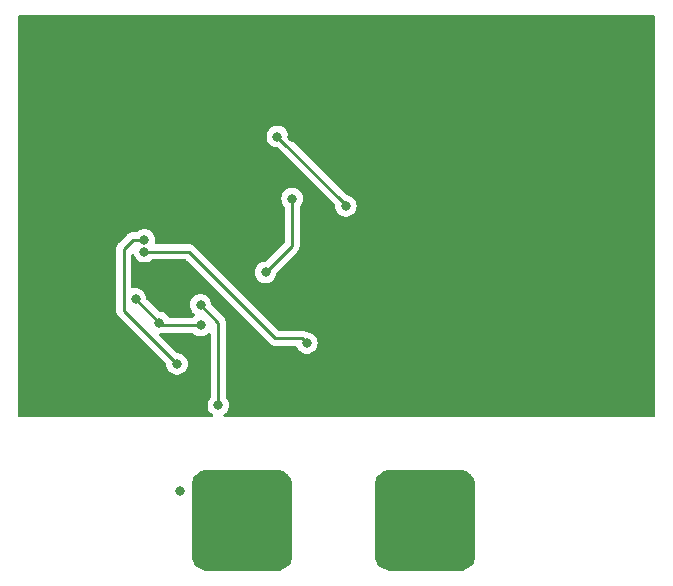
<source format=gbl>
G04 #@! TF.GenerationSoftware,KiCad,Pcbnew,(6.0.1-0)*
G04 #@! TF.CreationDate,2022-03-11T23:22:37+01:00*
G04 #@! TF.ProjectId,LidPCB,4c696450-4342-42e6-9b69-6361645f7063,rev?*
G04 #@! TF.SameCoordinates,Original*
G04 #@! TF.FileFunction,Copper,L2,Bot*
G04 #@! TF.FilePolarity,Positive*
%FSLAX46Y46*%
G04 Gerber Fmt 4.6, Leading zero omitted, Abs format (unit mm)*
G04 Created by KiCad (PCBNEW (6.0.1-0)) date 2022-03-11 23:22:37*
%MOMM*%
%LPD*%
G01*
G04 APERTURE LIST*
G04 #@! TA.AperFunction,ViaPad*
%ADD10C,0.800000*%
G04 #@! TD*
G04 #@! TA.AperFunction,Conductor*
%ADD11C,0.250000*%
G04 #@! TD*
G04 APERTURE END LIST*
D10*
X116950000Y-74300000D03*
X135000000Y-89750000D03*
X129500000Y-92500000D03*
X137250000Y-83500000D03*
X131000000Y-101000000D03*
X139800000Y-97400000D03*
X144500000Y-97250000D03*
X150750000Y-95750000D03*
X121500000Y-101250000D03*
X133750000Y-97250000D03*
X132250000Y-79500000D03*
X139500000Y-73500000D03*
X137250000Y-78250000D03*
X150500000Y-89000000D03*
X136000000Y-78250000D03*
X141800000Y-84130000D03*
X138501907Y-95741100D03*
X124750000Y-88000000D03*
X129500000Y-94250000D03*
X124000000Y-92000000D03*
X126000000Y-94000000D03*
X127500000Y-97500000D03*
X124750000Y-87000000D03*
X148750000Y-109000000D03*
X127750000Y-108250000D03*
X130500000Y-111250000D03*
D11*
X137250000Y-87500000D02*
X135000000Y-89750000D01*
X131000000Y-94000000D02*
X131000000Y-101000000D01*
X129500000Y-92500000D02*
X131000000Y-94000000D01*
X137250000Y-83500000D02*
X137250000Y-87500000D01*
X141800000Y-84050000D02*
X141800000Y-84130000D01*
X136000000Y-78250000D02*
X141800000Y-84050000D01*
X138101908Y-95341101D02*
X135841101Y-95341101D01*
X128500000Y-88000000D02*
X135841101Y-95341101D01*
X138501907Y-95741100D02*
X138101908Y-95341101D01*
X128500000Y-88000000D02*
X124750000Y-88000000D01*
X126250000Y-94250000D02*
X126000000Y-94000000D01*
X129500000Y-94250000D02*
X126250000Y-94250000D01*
X124000000Y-92000000D02*
X126000000Y-94000000D01*
X124750000Y-87000000D02*
X124000000Y-87000000D01*
X124000000Y-87000000D02*
X123750000Y-87000000D01*
X123000000Y-93000000D02*
X127500000Y-97500000D01*
X123000000Y-87750000D02*
X123000000Y-92073002D01*
X123750000Y-87000000D02*
X123000000Y-87750000D01*
X123000000Y-92073002D02*
X123000000Y-93000000D01*
G04 #@! TA.AperFunction,Conductor*
G36*
X167942121Y-68020002D02*
G01*
X167988614Y-68073658D01*
X168000000Y-68126000D01*
X168000000Y-101874000D01*
X167979998Y-101942121D01*
X167926342Y-101988614D01*
X167874000Y-102000000D01*
X131557038Y-102000000D01*
X131488917Y-101979998D01*
X131442424Y-101926342D01*
X131432320Y-101856068D01*
X131461814Y-101791488D01*
X131482977Y-101772064D01*
X131605909Y-101682749D01*
X131605911Y-101682747D01*
X131611253Y-101678866D01*
X131739040Y-101536944D01*
X131834527Y-101371556D01*
X131893542Y-101189928D01*
X131913504Y-101000000D01*
X131893542Y-100810072D01*
X131834527Y-100628444D01*
X131739040Y-100463056D01*
X131665863Y-100381785D01*
X131635147Y-100317779D01*
X131633500Y-100297476D01*
X131633500Y-94078763D01*
X131634027Y-94067579D01*
X131635701Y-94060091D01*
X131633562Y-93992032D01*
X131633500Y-93988075D01*
X131633500Y-93960144D01*
X131632994Y-93956138D01*
X131632061Y-93944292D01*
X131630922Y-93908037D01*
X131630673Y-93900110D01*
X131625022Y-93880658D01*
X131621014Y-93861306D01*
X131619467Y-93849063D01*
X131618474Y-93841203D01*
X131615556Y-93833832D01*
X131602200Y-93800097D01*
X131598355Y-93788870D01*
X131597721Y-93786687D01*
X131586018Y-93746407D01*
X131581984Y-93739585D01*
X131581981Y-93739579D01*
X131575706Y-93728968D01*
X131567010Y-93711218D01*
X131562472Y-93699756D01*
X131562469Y-93699751D01*
X131559552Y-93692383D01*
X131533573Y-93656625D01*
X131527057Y-93646707D01*
X131508575Y-93615457D01*
X131504542Y-93608637D01*
X131490218Y-93594313D01*
X131477376Y-93579278D01*
X131465472Y-93562893D01*
X131431406Y-93534711D01*
X131422627Y-93526722D01*
X130447122Y-92551217D01*
X130413096Y-92488905D01*
X130410907Y-92475292D01*
X130394232Y-92316635D01*
X130394232Y-92316633D01*
X130393542Y-92310072D01*
X130334527Y-92128444D01*
X130239040Y-91963056D01*
X130111253Y-91821134D01*
X129956752Y-91708882D01*
X129950724Y-91706198D01*
X129950722Y-91706197D01*
X129788319Y-91633891D01*
X129788318Y-91633891D01*
X129782288Y-91631206D01*
X129688887Y-91611353D01*
X129601944Y-91592872D01*
X129601939Y-91592872D01*
X129595487Y-91591500D01*
X129404513Y-91591500D01*
X129398061Y-91592872D01*
X129398056Y-91592872D01*
X129311113Y-91611353D01*
X129217712Y-91631206D01*
X129211682Y-91633891D01*
X129211681Y-91633891D01*
X129049278Y-91706197D01*
X129049276Y-91706198D01*
X129043248Y-91708882D01*
X128888747Y-91821134D01*
X128760960Y-91963056D01*
X128665473Y-92128444D01*
X128606458Y-92310072D01*
X128586496Y-92500000D01*
X128606458Y-92689928D01*
X128665473Y-92871556D01*
X128760960Y-93036944D01*
X128765378Y-93041851D01*
X128765379Y-93041852D01*
X128811318Y-93092872D01*
X128888747Y-93178866D01*
X128894089Y-93182747D01*
X128894091Y-93182749D01*
X129018399Y-93273064D01*
X129061753Y-93329286D01*
X129067828Y-93400023D01*
X129034696Y-93462814D01*
X129018400Y-93476936D01*
X128888747Y-93571134D01*
X128884332Y-93576037D01*
X128879420Y-93580460D01*
X128878295Y-93579211D01*
X128824986Y-93612051D01*
X128791800Y-93616500D01*
X126900377Y-93616500D01*
X126832256Y-93596498D01*
X126791258Y-93553500D01*
X126775798Y-93526722D01*
X126739040Y-93463056D01*
X126720224Y-93442158D01*
X126615675Y-93326045D01*
X126615674Y-93326044D01*
X126611253Y-93321134D01*
X126456752Y-93208882D01*
X126450724Y-93206198D01*
X126450722Y-93206197D01*
X126288319Y-93133891D01*
X126288318Y-93133891D01*
X126282288Y-93131206D01*
X126170747Y-93107497D01*
X126101944Y-93092872D01*
X126101939Y-93092872D01*
X126095487Y-93091500D01*
X126039594Y-93091500D01*
X125971473Y-93071498D01*
X125950499Y-93054595D01*
X124947122Y-92051217D01*
X124913096Y-91988905D01*
X124910907Y-91975292D01*
X124894232Y-91816635D01*
X124894232Y-91816633D01*
X124893542Y-91810072D01*
X124834527Y-91628444D01*
X124813990Y-91592872D01*
X124742341Y-91468774D01*
X124739040Y-91463056D01*
X124611253Y-91321134D01*
X124456752Y-91208882D01*
X124450724Y-91206198D01*
X124450722Y-91206197D01*
X124288319Y-91133891D01*
X124288318Y-91133891D01*
X124282288Y-91131206D01*
X124188888Y-91111353D01*
X124101944Y-91092872D01*
X124101939Y-91092872D01*
X124095487Y-91091500D01*
X123904513Y-91091500D01*
X123898061Y-91092872D01*
X123898056Y-91092872D01*
X123785697Y-91116755D01*
X123714906Y-91111353D01*
X123658273Y-91068536D01*
X123633780Y-91001898D01*
X123633500Y-90993508D01*
X123633500Y-88299265D01*
X123653502Y-88231144D01*
X123707158Y-88184651D01*
X123777432Y-88174547D01*
X123842012Y-88204041D01*
X123879333Y-88260329D01*
X123915473Y-88371556D01*
X124010960Y-88536944D01*
X124138747Y-88678866D01*
X124293248Y-88791118D01*
X124299276Y-88793802D01*
X124299278Y-88793803D01*
X124399942Y-88838621D01*
X124467712Y-88868794D01*
X124561112Y-88888647D01*
X124648056Y-88907128D01*
X124648061Y-88907128D01*
X124654513Y-88908500D01*
X124845487Y-88908500D01*
X124851939Y-88907128D01*
X124851944Y-88907128D01*
X124938888Y-88888647D01*
X125032288Y-88868794D01*
X125100058Y-88838621D01*
X125200722Y-88793803D01*
X125200724Y-88793802D01*
X125206752Y-88791118D01*
X125361253Y-88678866D01*
X125365668Y-88673963D01*
X125370580Y-88669540D01*
X125371705Y-88670789D01*
X125425014Y-88637949D01*
X125458200Y-88633500D01*
X128185406Y-88633500D01*
X128253527Y-88653502D01*
X128274501Y-88670405D01*
X135337444Y-95733348D01*
X135344988Y-95741638D01*
X135349101Y-95748119D01*
X135354878Y-95753544D01*
X135398768Y-95794759D01*
X135401610Y-95797514D01*
X135421332Y-95817236D01*
X135424456Y-95819659D01*
X135424460Y-95819663D01*
X135424525Y-95819713D01*
X135433546Y-95827418D01*
X135465780Y-95857687D01*
X135472728Y-95861506D01*
X135472730Y-95861508D01*
X135483533Y-95867447D01*
X135500060Y-95878303D01*
X135509799Y-95885858D01*
X135509801Y-95885859D01*
X135516061Y-95890715D01*
X135556641Y-95908275D01*
X135567289Y-95913492D01*
X135606041Y-95934796D01*
X135613717Y-95936767D01*
X135613720Y-95936768D01*
X135625663Y-95939834D01*
X135644368Y-95946238D01*
X135662956Y-95954282D01*
X135670779Y-95955521D01*
X135670789Y-95955524D01*
X135706625Y-95961200D01*
X135718245Y-95963606D01*
X135753390Y-95972629D01*
X135761071Y-95974601D01*
X135781325Y-95974601D01*
X135801035Y-95976152D01*
X135821044Y-95979321D01*
X135828936Y-95978575D01*
X135865062Y-95975160D01*
X135876920Y-95974601D01*
X137530979Y-95974601D01*
X137599100Y-95994603D01*
X137645593Y-96048259D01*
X137650812Y-96061664D01*
X137667380Y-96112656D01*
X137762867Y-96278044D01*
X137890654Y-96419966D01*
X138045155Y-96532218D01*
X138051183Y-96534902D01*
X138051185Y-96534903D01*
X138213588Y-96607209D01*
X138219619Y-96609894D01*
X138313020Y-96629747D01*
X138399963Y-96648228D01*
X138399968Y-96648228D01*
X138406420Y-96649600D01*
X138597394Y-96649600D01*
X138603846Y-96648228D01*
X138603851Y-96648228D01*
X138690794Y-96629747D01*
X138784195Y-96609894D01*
X138790226Y-96607209D01*
X138952629Y-96534903D01*
X138952631Y-96534902D01*
X138958659Y-96532218D01*
X139113160Y-96419966D01*
X139240947Y-96278044D01*
X139336434Y-96112656D01*
X139395449Y-95931028D01*
X139399356Y-95893860D01*
X139414721Y-95747665D01*
X139415411Y-95741100D01*
X139395449Y-95551172D01*
X139336434Y-95369544D01*
X139240947Y-95204156D01*
X139113160Y-95062234D01*
X138958659Y-94949982D01*
X138952631Y-94947298D01*
X138952629Y-94947297D01*
X138790226Y-94874991D01*
X138790225Y-94874991D01*
X138784195Y-94872306D01*
X138689021Y-94852076D01*
X138603851Y-94833972D01*
X138603846Y-94833972D01*
X138597394Y-94832600D01*
X138524288Y-94832600D01*
X138463577Y-94817009D01*
X138459467Y-94814749D01*
X138442955Y-94803902D01*
X138442491Y-94803542D01*
X138426949Y-94791487D01*
X138419680Y-94788342D01*
X138419676Y-94788339D01*
X138386371Y-94773927D01*
X138375721Y-94768710D01*
X138336968Y-94747406D01*
X138317345Y-94742368D01*
X138298642Y-94735964D01*
X138287328Y-94731068D01*
X138287327Y-94731068D01*
X138280053Y-94727920D01*
X138272230Y-94726681D01*
X138272220Y-94726678D01*
X138236384Y-94721002D01*
X138224764Y-94718596D01*
X138189619Y-94709573D01*
X138189618Y-94709573D01*
X138181938Y-94707601D01*
X138161684Y-94707601D01*
X138141973Y-94706050D01*
X138129794Y-94704121D01*
X138121965Y-94702881D01*
X138114073Y-94703627D01*
X138077947Y-94707042D01*
X138066089Y-94707601D01*
X136155695Y-94707601D01*
X136087574Y-94687599D01*
X136066600Y-94670696D01*
X131145905Y-89750000D01*
X134086496Y-89750000D01*
X134106458Y-89939928D01*
X134165473Y-90121556D01*
X134260960Y-90286944D01*
X134388747Y-90428866D01*
X134543248Y-90541118D01*
X134549276Y-90543802D01*
X134549278Y-90543803D01*
X134711681Y-90616109D01*
X134717712Y-90618794D01*
X134811113Y-90638647D01*
X134898056Y-90657128D01*
X134898061Y-90657128D01*
X134904513Y-90658500D01*
X135095487Y-90658500D01*
X135101939Y-90657128D01*
X135101944Y-90657128D01*
X135188887Y-90638647D01*
X135282288Y-90618794D01*
X135288319Y-90616109D01*
X135450722Y-90543803D01*
X135450724Y-90543802D01*
X135456752Y-90541118D01*
X135611253Y-90428866D01*
X135739040Y-90286944D01*
X135834527Y-90121556D01*
X135893542Y-89939928D01*
X135910907Y-89774706D01*
X135937920Y-89709050D01*
X135947122Y-89698782D01*
X137642247Y-88003657D01*
X137650537Y-87996113D01*
X137657018Y-87992000D01*
X137703659Y-87942332D01*
X137706413Y-87939491D01*
X137726135Y-87919769D01*
X137728612Y-87916576D01*
X137736317Y-87907555D01*
X137761159Y-87881100D01*
X137766586Y-87875321D01*
X137770407Y-87868371D01*
X137776346Y-87857568D01*
X137787202Y-87841041D01*
X137794757Y-87831302D01*
X137794758Y-87831300D01*
X137799614Y-87825040D01*
X137817174Y-87784460D01*
X137822391Y-87773812D01*
X137839875Y-87742009D01*
X137839876Y-87742007D01*
X137843695Y-87735060D01*
X137848733Y-87715437D01*
X137855137Y-87696734D01*
X137860033Y-87685420D01*
X137860033Y-87685419D01*
X137863181Y-87678145D01*
X137864420Y-87670322D01*
X137864423Y-87670312D01*
X137870099Y-87634476D01*
X137872505Y-87622856D01*
X137881528Y-87587711D01*
X137881528Y-87587710D01*
X137883500Y-87580030D01*
X137883500Y-87559776D01*
X137885051Y-87540065D01*
X137886980Y-87527886D01*
X137888220Y-87520057D01*
X137884059Y-87476038D01*
X137883500Y-87464181D01*
X137883500Y-84202524D01*
X137903502Y-84134403D01*
X137915858Y-84118221D01*
X137989040Y-84036944D01*
X138084527Y-83871556D01*
X138143542Y-83689928D01*
X138163504Y-83500000D01*
X138143542Y-83310072D01*
X138084527Y-83128444D01*
X137989040Y-82963056D01*
X137861253Y-82821134D01*
X137706752Y-82708882D01*
X137700724Y-82706198D01*
X137700722Y-82706197D01*
X137538319Y-82633891D01*
X137538318Y-82633891D01*
X137532288Y-82631206D01*
X137438887Y-82611353D01*
X137351944Y-82592872D01*
X137351939Y-82592872D01*
X137345487Y-82591500D01*
X137154513Y-82591500D01*
X137148061Y-82592872D01*
X137148056Y-82592872D01*
X137061113Y-82611353D01*
X136967712Y-82631206D01*
X136961682Y-82633891D01*
X136961681Y-82633891D01*
X136799278Y-82706197D01*
X136799276Y-82706198D01*
X136793248Y-82708882D01*
X136638747Y-82821134D01*
X136510960Y-82963056D01*
X136415473Y-83128444D01*
X136356458Y-83310072D01*
X136336496Y-83500000D01*
X136356458Y-83689928D01*
X136415473Y-83871556D01*
X136510960Y-84036944D01*
X136584137Y-84118215D01*
X136614853Y-84182221D01*
X136616500Y-84202524D01*
X136616500Y-87185406D01*
X136596498Y-87253527D01*
X136579595Y-87274501D01*
X135049500Y-88804595D01*
X134987188Y-88838621D01*
X134960405Y-88841500D01*
X134904513Y-88841500D01*
X134898061Y-88842872D01*
X134898056Y-88842872D01*
X134811113Y-88861353D01*
X134717712Y-88881206D01*
X134711682Y-88883891D01*
X134711681Y-88883891D01*
X134549278Y-88956197D01*
X134549276Y-88956198D01*
X134543248Y-88958882D01*
X134388747Y-89071134D01*
X134260960Y-89213056D01*
X134165473Y-89378444D01*
X134106458Y-89560072D01*
X134086496Y-89750000D01*
X131145905Y-89750000D01*
X129003652Y-87607747D01*
X128996112Y-87599461D01*
X128992000Y-87592982D01*
X128942348Y-87546356D01*
X128939507Y-87543602D01*
X128919770Y-87523865D01*
X128916573Y-87521385D01*
X128907551Y-87513680D01*
X128905938Y-87512165D01*
X128875321Y-87483414D01*
X128868375Y-87479595D01*
X128868372Y-87479593D01*
X128857566Y-87473652D01*
X128841047Y-87462801D01*
X128840583Y-87462441D01*
X128825041Y-87450386D01*
X128817772Y-87447241D01*
X128817768Y-87447238D01*
X128784463Y-87432826D01*
X128773813Y-87427609D01*
X128735060Y-87406305D01*
X128715437Y-87401267D01*
X128696734Y-87394863D01*
X128685420Y-87389967D01*
X128685419Y-87389967D01*
X128678145Y-87386819D01*
X128670322Y-87385580D01*
X128670312Y-87385577D01*
X128634476Y-87379901D01*
X128622856Y-87377495D01*
X128587711Y-87368472D01*
X128587710Y-87368472D01*
X128580030Y-87366500D01*
X128559776Y-87366500D01*
X128540065Y-87364949D01*
X128527886Y-87363020D01*
X128520057Y-87361780D01*
X128512165Y-87362526D01*
X128476039Y-87365941D01*
X128464181Y-87366500D01*
X125759594Y-87366500D01*
X125691473Y-87346498D01*
X125644980Y-87292842D01*
X125634876Y-87222568D01*
X125639762Y-87201562D01*
X125641502Y-87196208D01*
X125641503Y-87196203D01*
X125643542Y-87189928D01*
X125663504Y-87000000D01*
X125643542Y-86810072D01*
X125584527Y-86628444D01*
X125489040Y-86463056D01*
X125472881Y-86445109D01*
X125365675Y-86326045D01*
X125365674Y-86326044D01*
X125361253Y-86321134D01*
X125206752Y-86208882D01*
X125200724Y-86206198D01*
X125200722Y-86206197D01*
X125038319Y-86133891D01*
X125038318Y-86133891D01*
X125032288Y-86131206D01*
X124938888Y-86111353D01*
X124851944Y-86092872D01*
X124851939Y-86092872D01*
X124845487Y-86091500D01*
X124654513Y-86091500D01*
X124648061Y-86092872D01*
X124648056Y-86092872D01*
X124561112Y-86111353D01*
X124467712Y-86131206D01*
X124461682Y-86133891D01*
X124461681Y-86133891D01*
X124299278Y-86206197D01*
X124299276Y-86206198D01*
X124293248Y-86208882D01*
X124138747Y-86321134D01*
X124134332Y-86326037D01*
X124129420Y-86330460D01*
X124128295Y-86329211D01*
X124074986Y-86362051D01*
X124041800Y-86366500D01*
X123828767Y-86366500D01*
X123817584Y-86365973D01*
X123810091Y-86364298D01*
X123802165Y-86364547D01*
X123802164Y-86364547D01*
X123742014Y-86366438D01*
X123738055Y-86366500D01*
X123710144Y-86366500D01*
X123706210Y-86366997D01*
X123706209Y-86366997D01*
X123706144Y-86367005D01*
X123694307Y-86367938D01*
X123662490Y-86368938D01*
X123658029Y-86369078D01*
X123650110Y-86369327D01*
X123632454Y-86374456D01*
X123630658Y-86374978D01*
X123611306Y-86378986D01*
X123604235Y-86379880D01*
X123591203Y-86381526D01*
X123583834Y-86384443D01*
X123583832Y-86384444D01*
X123550097Y-86397800D01*
X123538869Y-86401645D01*
X123496407Y-86413982D01*
X123489585Y-86418016D01*
X123489579Y-86418019D01*
X123478968Y-86424294D01*
X123461218Y-86432990D01*
X123449756Y-86437528D01*
X123449751Y-86437531D01*
X123442383Y-86440448D01*
X123435968Y-86445109D01*
X123406625Y-86466427D01*
X123396707Y-86472943D01*
X123378019Y-86483995D01*
X123358637Y-86495458D01*
X123344313Y-86509782D01*
X123329281Y-86522621D01*
X123312893Y-86534528D01*
X123284712Y-86568593D01*
X123276722Y-86577373D01*
X122607747Y-87246348D01*
X122599461Y-87253888D01*
X122592982Y-87258000D01*
X122587557Y-87263777D01*
X122546357Y-87307651D01*
X122543602Y-87310493D01*
X122523865Y-87330230D01*
X122521385Y-87333427D01*
X122513682Y-87342447D01*
X122483414Y-87374679D01*
X122479595Y-87381625D01*
X122479593Y-87381628D01*
X122473652Y-87392434D01*
X122462801Y-87408953D01*
X122450386Y-87424959D01*
X122447241Y-87432228D01*
X122447238Y-87432232D01*
X122432826Y-87465537D01*
X122427609Y-87476187D01*
X122406305Y-87514940D01*
X122404334Y-87522615D01*
X122404334Y-87522616D01*
X122401267Y-87534562D01*
X122394863Y-87553266D01*
X122386819Y-87571855D01*
X122385580Y-87579678D01*
X122385577Y-87579688D01*
X122379901Y-87615524D01*
X122377495Y-87627144D01*
X122375613Y-87634476D01*
X122366500Y-87669970D01*
X122366500Y-87690224D01*
X122364949Y-87709934D01*
X122361780Y-87729943D01*
X122362526Y-87737835D01*
X122365941Y-87773961D01*
X122366500Y-87785819D01*
X122366500Y-92921233D01*
X122365973Y-92932416D01*
X122364298Y-92939909D01*
X122364547Y-92947835D01*
X122364547Y-92947836D01*
X122366438Y-93007986D01*
X122366500Y-93011945D01*
X122366500Y-93039856D01*
X122366997Y-93043790D01*
X122366997Y-93043791D01*
X122367005Y-93043856D01*
X122367938Y-93055693D01*
X122369327Y-93099889D01*
X122374978Y-93119339D01*
X122378987Y-93138700D01*
X122381526Y-93158797D01*
X122384445Y-93166168D01*
X122384445Y-93166170D01*
X122397804Y-93199912D01*
X122401649Y-93211142D01*
X122413982Y-93253593D01*
X122418015Y-93260412D01*
X122418017Y-93260417D01*
X122424293Y-93271028D01*
X122432988Y-93288776D01*
X122440448Y-93307617D01*
X122445110Y-93314033D01*
X122445110Y-93314034D01*
X122466436Y-93343387D01*
X122472952Y-93353307D01*
X122489452Y-93381206D01*
X122495458Y-93391362D01*
X122509779Y-93405683D01*
X122522619Y-93420716D01*
X122534528Y-93437107D01*
X122565602Y-93462814D01*
X122568605Y-93465298D01*
X122577384Y-93473288D01*
X126552878Y-97448783D01*
X126586904Y-97511095D01*
X126589093Y-97524706D01*
X126606458Y-97689928D01*
X126665473Y-97871556D01*
X126760960Y-98036944D01*
X126888747Y-98178866D01*
X127043248Y-98291118D01*
X127049276Y-98293802D01*
X127049278Y-98293803D01*
X127211681Y-98366109D01*
X127217712Y-98368794D01*
X127311113Y-98388647D01*
X127398056Y-98407128D01*
X127398061Y-98407128D01*
X127404513Y-98408500D01*
X127595487Y-98408500D01*
X127601939Y-98407128D01*
X127601944Y-98407128D01*
X127688887Y-98388647D01*
X127782288Y-98368794D01*
X127788319Y-98366109D01*
X127950722Y-98293803D01*
X127950724Y-98293802D01*
X127956752Y-98291118D01*
X128111253Y-98178866D01*
X128239040Y-98036944D01*
X128334527Y-97871556D01*
X128393542Y-97689928D01*
X128413504Y-97500000D01*
X128393542Y-97310072D01*
X128334527Y-97128444D01*
X128239040Y-96963056D01*
X128111253Y-96821134D01*
X127956752Y-96708882D01*
X127950724Y-96706198D01*
X127950722Y-96706197D01*
X127788319Y-96633891D01*
X127788318Y-96633891D01*
X127782288Y-96631206D01*
X127688478Y-96611266D01*
X127601944Y-96592872D01*
X127601939Y-96592872D01*
X127595487Y-96591500D01*
X127539594Y-96591500D01*
X127471473Y-96571498D01*
X127450499Y-96554595D01*
X126635500Y-95739596D01*
X126018252Y-95122347D01*
X125984227Y-95060037D01*
X125989292Y-94989222D01*
X126031839Y-94932386D01*
X126092757Y-94908500D01*
X126095487Y-94908500D01*
X126185093Y-94889454D01*
X126215246Y-94886763D01*
X126222112Y-94886979D01*
X126229943Y-94888219D01*
X126237835Y-94887473D01*
X126273954Y-94884059D01*
X126285811Y-94883500D01*
X128791800Y-94883500D01*
X128859921Y-94903502D01*
X128879147Y-94919843D01*
X128879420Y-94919540D01*
X128884332Y-94923963D01*
X128888747Y-94928866D01*
X128910329Y-94944546D01*
X128971820Y-94989222D01*
X129043248Y-95041118D01*
X129049276Y-95043802D01*
X129049278Y-95043803D01*
X129211681Y-95116109D01*
X129217712Y-95118794D01*
X129311112Y-95138647D01*
X129398056Y-95157128D01*
X129398061Y-95157128D01*
X129404513Y-95158500D01*
X129595487Y-95158500D01*
X129601939Y-95157128D01*
X129601944Y-95157128D01*
X129688888Y-95138647D01*
X129782288Y-95118794D01*
X129788319Y-95116109D01*
X129950722Y-95043803D01*
X129950724Y-95043802D01*
X129956752Y-95041118D01*
X130111253Y-94928866D01*
X130146864Y-94889316D01*
X130207310Y-94852076D01*
X130278294Y-94853428D01*
X130337278Y-94892941D01*
X130365536Y-94958072D01*
X130366500Y-94973626D01*
X130366500Y-100297476D01*
X130346498Y-100365597D01*
X130334142Y-100381779D01*
X130260960Y-100463056D01*
X130165473Y-100628444D01*
X130106458Y-100810072D01*
X130086496Y-101000000D01*
X130106458Y-101189928D01*
X130165473Y-101371556D01*
X130260960Y-101536944D01*
X130388747Y-101678866D01*
X130394089Y-101682747D01*
X130394091Y-101682749D01*
X130517023Y-101772064D01*
X130560377Y-101828286D01*
X130566452Y-101899022D01*
X130533321Y-101961814D01*
X130471501Y-101996726D01*
X130442962Y-102000000D01*
X114126000Y-102000000D01*
X114057879Y-101979998D01*
X114011386Y-101926342D01*
X114000000Y-101874000D01*
X114000000Y-78250000D01*
X135086496Y-78250000D01*
X135106458Y-78439928D01*
X135165473Y-78621556D01*
X135260960Y-78786944D01*
X135388747Y-78928866D01*
X135543248Y-79041118D01*
X135549276Y-79043802D01*
X135549278Y-79043803D01*
X135711681Y-79116109D01*
X135717712Y-79118794D01*
X135811113Y-79138647D01*
X135898056Y-79157128D01*
X135898061Y-79157128D01*
X135904513Y-79158500D01*
X135960406Y-79158500D01*
X136028527Y-79178502D01*
X136049501Y-79195405D01*
X140853281Y-83999185D01*
X140887307Y-84061497D01*
X140889496Y-84101447D01*
X140887186Y-84123431D01*
X140886496Y-84130000D01*
X140906458Y-84319928D01*
X140965473Y-84501556D01*
X141060960Y-84666944D01*
X141188747Y-84808866D01*
X141343248Y-84921118D01*
X141349276Y-84923802D01*
X141349278Y-84923803D01*
X141511681Y-84996109D01*
X141517712Y-84998794D01*
X141611112Y-85018647D01*
X141698056Y-85037128D01*
X141698061Y-85037128D01*
X141704513Y-85038500D01*
X141895487Y-85038500D01*
X141901939Y-85037128D01*
X141901944Y-85037128D01*
X141988887Y-85018647D01*
X142082288Y-84998794D01*
X142088319Y-84996109D01*
X142250722Y-84923803D01*
X142250724Y-84923802D01*
X142256752Y-84921118D01*
X142411253Y-84808866D01*
X142539040Y-84666944D01*
X142634527Y-84501556D01*
X142693542Y-84319928D01*
X142713504Y-84130000D01*
X142693542Y-83940072D01*
X142634527Y-83758444D01*
X142539040Y-83593056D01*
X142411253Y-83451134D01*
X142256752Y-83338882D01*
X142250724Y-83336198D01*
X142250722Y-83336197D01*
X142088319Y-83263891D01*
X142088318Y-83263891D01*
X142082288Y-83261206D01*
X141896329Y-83221679D01*
X141833431Y-83187527D01*
X136947122Y-78301217D01*
X136913096Y-78238905D01*
X136910907Y-78225292D01*
X136894232Y-78066635D01*
X136894232Y-78066633D01*
X136893542Y-78060072D01*
X136834527Y-77878444D01*
X136739040Y-77713056D01*
X136611253Y-77571134D01*
X136456752Y-77458882D01*
X136450724Y-77456198D01*
X136450722Y-77456197D01*
X136288319Y-77383891D01*
X136288318Y-77383891D01*
X136282288Y-77381206D01*
X136188887Y-77361353D01*
X136101944Y-77342872D01*
X136101939Y-77342872D01*
X136095487Y-77341500D01*
X135904513Y-77341500D01*
X135898061Y-77342872D01*
X135898056Y-77342872D01*
X135811113Y-77361353D01*
X135717712Y-77381206D01*
X135711682Y-77383891D01*
X135711681Y-77383891D01*
X135549278Y-77456197D01*
X135549276Y-77456198D01*
X135543248Y-77458882D01*
X135388747Y-77571134D01*
X135260960Y-77713056D01*
X135165473Y-77878444D01*
X135106458Y-78060072D01*
X135086496Y-78250000D01*
X114000000Y-78250000D01*
X114000000Y-68126000D01*
X114020002Y-68057879D01*
X114073658Y-68011386D01*
X114126000Y-68000000D01*
X167874000Y-68000000D01*
X167942121Y-68020002D01*
G37*
G04 #@! TD.AperFunction*
G04 #@! TA.AperFunction,Conductor*
G36*
X151665047Y-106503762D02*
G01*
X152028828Y-106594707D01*
X152068160Y-106612107D01*
X152332042Y-106788028D01*
X152362948Y-106817264D01*
X152425000Y-106900000D01*
X152634733Y-107179645D01*
X152656171Y-107224685D01*
X152746238Y-107584951D01*
X152750000Y-107615511D01*
X152750000Y-113884489D01*
X152746238Y-113915049D01*
X152655293Y-114278828D01*
X152637893Y-114318160D01*
X152463978Y-114579032D01*
X152429032Y-114613978D01*
X152156531Y-114795646D01*
X152142988Y-114803506D01*
X151776604Y-114986698D01*
X151720255Y-115000000D01*
X145370447Y-115000000D01*
X145330602Y-114993534D01*
X145058496Y-114902832D01*
X145041992Y-114895996D01*
X144679928Y-114714964D01*
X144631439Y-114672158D01*
X144454354Y-114406531D01*
X144446494Y-114392988D01*
X144263302Y-114026604D01*
X144250000Y-113970255D01*
X144250000Y-107712476D01*
X144252447Y-107687765D01*
X144345112Y-107224441D01*
X144363827Y-107179260D01*
X144536022Y-106920968D01*
X144570968Y-106886022D01*
X144843469Y-106704354D01*
X144857012Y-106696494D01*
X145041992Y-106604004D01*
X145058496Y-106597168D01*
X145330602Y-106506466D01*
X145370447Y-106500000D01*
X151634489Y-106500000D01*
X151665047Y-106503762D01*
G37*
G04 #@! TD.AperFunction*
G04 #@! TA.AperFunction,Conductor*
G36*
X136165047Y-106503762D02*
G01*
X136528828Y-106594707D01*
X136568160Y-106612107D01*
X136832042Y-106788028D01*
X136862948Y-106817264D01*
X136925000Y-106900000D01*
X137134733Y-107179645D01*
X137156171Y-107224685D01*
X137246238Y-107584951D01*
X137250000Y-107615511D01*
X137250000Y-113884489D01*
X137246238Y-113915049D01*
X137155293Y-114278828D01*
X137137893Y-114318160D01*
X136963978Y-114579032D01*
X136929032Y-114613978D01*
X136656531Y-114795646D01*
X136642988Y-114803506D01*
X136276604Y-114986698D01*
X136220255Y-115000000D01*
X129870447Y-115000000D01*
X129830602Y-114993534D01*
X129558496Y-114902832D01*
X129541992Y-114895996D01*
X129179926Y-114714963D01*
X129131440Y-114672159D01*
X128954354Y-114406531D01*
X128946494Y-114392988D01*
X128763302Y-114026604D01*
X128750000Y-113970255D01*
X128750000Y-107712476D01*
X128752447Y-107687765D01*
X128845112Y-107224441D01*
X128863827Y-107179260D01*
X129036022Y-106920968D01*
X129070968Y-106886022D01*
X129343469Y-106704354D01*
X129357012Y-106696494D01*
X129541992Y-106604004D01*
X129558496Y-106597168D01*
X129830602Y-106506466D01*
X129870447Y-106500000D01*
X136134489Y-106500000D01*
X136165047Y-106503762D01*
G37*
G04 #@! TD.AperFunction*
M02*

</source>
